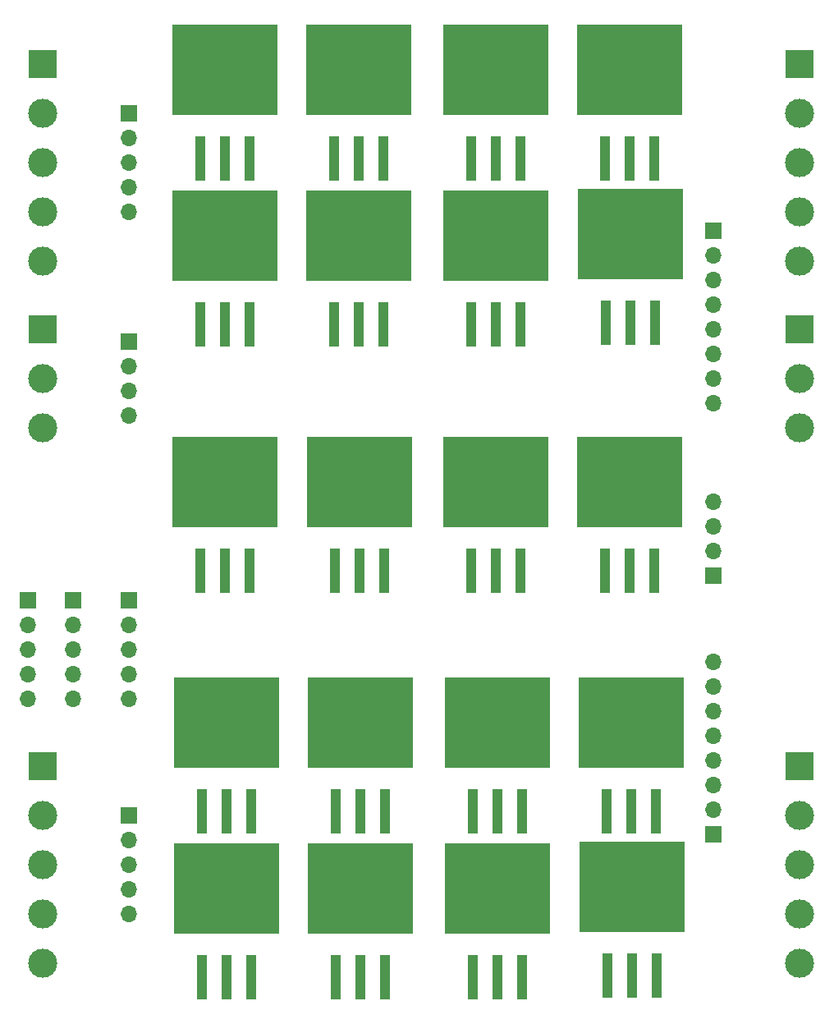
<source format=gts>
G04 #@! TF.GenerationSoftware,KiCad,Pcbnew,(6.0.0)*
G04 #@! TF.CreationDate,2022-08-19T13:46:40+02:00*
G04 #@! TF.ProjectId,bottom,626f7474-6f6d-42e6-9b69-6361645f7063,rev?*
G04 #@! TF.SameCoordinates,Original*
G04 #@! TF.FileFunction,Soldermask,Top*
G04 #@! TF.FilePolarity,Negative*
%FSLAX46Y46*%
G04 Gerber Fmt 4.6, Leading zero omitted, Abs format (unit mm)*
G04 Created by KiCad (PCBNEW (6.0.0)) date 2022-08-19 13:46:40*
%MOMM*%
%LPD*%
G01*
G04 APERTURE LIST*
%ADD10R,1.100000X4.600000*%
%ADD11R,10.800000X9.400000*%
%ADD12R,3.000000X3.000000*%
%ADD13C,3.000000*%
%ADD14R,1.700000X1.700000*%
%ADD15O,1.700000X1.700000*%
G04 APERTURE END LIST*
D10*
X120580000Y-132225000D03*
D11*
X123120000Y-123075000D03*
D10*
X123120000Y-132225000D03*
X125660000Y-132225000D03*
D12*
X104140000Y-55245000D03*
D13*
X104140000Y-60325000D03*
X104140000Y-65405000D03*
X104140000Y-70485000D03*
X104140000Y-75565000D03*
D10*
X148520000Y-149370000D03*
D11*
X151060000Y-140220000D03*
D10*
X151060000Y-149370000D03*
X153600000Y-149370000D03*
X162240000Y-81910000D03*
D11*
X164780000Y-72760000D03*
D10*
X164780000Y-81910000D03*
X167320000Y-81910000D03*
D12*
X104140000Y-82550000D03*
D13*
X104140000Y-87630000D03*
X104140000Y-92710000D03*
D14*
X113030000Y-132715000D03*
D15*
X113030000Y-135255000D03*
X113030000Y-137795000D03*
X113030000Y-140335000D03*
X113030000Y-142875000D03*
D10*
X134220000Y-82060000D03*
X136760000Y-82060000D03*
D11*
X136760000Y-72910000D03*
D10*
X139300000Y-82060000D03*
X120415000Y-64915000D03*
X122955000Y-64915000D03*
D11*
X122955000Y-55765000D03*
D10*
X125495000Y-64915000D03*
X162160000Y-107460000D03*
X164700000Y-107460000D03*
D11*
X164700000Y-98310000D03*
D10*
X167240000Y-107460000D03*
X134220000Y-64915000D03*
X136760000Y-64915000D03*
D11*
X136760000Y-55765000D03*
D10*
X139300000Y-64915000D03*
X120415000Y-107460000D03*
X122955000Y-107460000D03*
D11*
X122955000Y-98310000D03*
D10*
X125495000Y-107460000D03*
D14*
X102665000Y-110490000D03*
D15*
X102665000Y-113030000D03*
X102665000Y-115570000D03*
X102665000Y-118110000D03*
X102665000Y-120650000D03*
D10*
X134385000Y-132225000D03*
X136925000Y-132225000D03*
D11*
X136925000Y-123075000D03*
D10*
X139465000Y-132225000D03*
D12*
X182245000Y-127635000D03*
D13*
X182245000Y-132715000D03*
X182245000Y-137795000D03*
X182245000Y-142875000D03*
X182245000Y-147955000D03*
D10*
X148355000Y-107460000D03*
D11*
X150895000Y-98310000D03*
D10*
X150895000Y-107460000D03*
X153435000Y-107460000D03*
D14*
X173355000Y-107940000D03*
D15*
X173355000Y-105400000D03*
X173355000Y-102860000D03*
X173355000Y-100320000D03*
D10*
X120415000Y-82060000D03*
X122955000Y-82060000D03*
D11*
X122955000Y-72910000D03*
D10*
X125495000Y-82060000D03*
D12*
X182245000Y-82550000D03*
D13*
X182245000Y-87630000D03*
X182245000Y-92710000D03*
D12*
X104140000Y-127635000D03*
D13*
X104140000Y-132715000D03*
X104140000Y-137795000D03*
X104140000Y-142875000D03*
X104140000Y-147955000D03*
D10*
X120580000Y-149370000D03*
X123120000Y-149370000D03*
D11*
X123120000Y-140220000D03*
D10*
X125660000Y-149370000D03*
D14*
X113030000Y-83820000D03*
D15*
X113030000Y-86360000D03*
X113030000Y-88900000D03*
X113030000Y-91440000D03*
D14*
X113030000Y-60325000D03*
D15*
X113030000Y-62865000D03*
X113030000Y-65405000D03*
X113030000Y-67945000D03*
X113030000Y-70485000D03*
D14*
X173355000Y-134605000D03*
D15*
X173355000Y-132065000D03*
X173355000Y-129525000D03*
X173355000Y-126985000D03*
X173355000Y-124445000D03*
X173355000Y-121905000D03*
X173355000Y-119365000D03*
X173355000Y-116825000D03*
D14*
X173355000Y-72390000D03*
D15*
X173355000Y-74930000D03*
X173355000Y-77470000D03*
X173355000Y-80010000D03*
X173355000Y-82550000D03*
X173355000Y-85090000D03*
X173355000Y-87630000D03*
X173355000Y-90170000D03*
D14*
X107315000Y-110490000D03*
D15*
X107315000Y-113030000D03*
X107315000Y-115570000D03*
X107315000Y-118110000D03*
X107315000Y-120650000D03*
D10*
X162325000Y-132225000D03*
D11*
X164865000Y-123075000D03*
D10*
X164865000Y-132225000D03*
X167405000Y-132225000D03*
X162160000Y-64915000D03*
X164700000Y-64915000D03*
D11*
X164700000Y-55765000D03*
D10*
X167240000Y-64915000D03*
D14*
X113030000Y-110490000D03*
D15*
X113030000Y-113030000D03*
X113030000Y-115570000D03*
X113030000Y-118110000D03*
X113030000Y-120650000D03*
D12*
X182245000Y-55245000D03*
D13*
X182245000Y-60325000D03*
X182245000Y-65405000D03*
X182245000Y-70485000D03*
X182245000Y-75565000D03*
D10*
X134385000Y-149370000D03*
X136925000Y-149370000D03*
D11*
X136925000Y-140220000D03*
D10*
X139465000Y-149370000D03*
X134305000Y-107460000D03*
X136845000Y-107460000D03*
D11*
X136845000Y-98310000D03*
D10*
X139385000Y-107460000D03*
X148520000Y-132225000D03*
X151060000Y-132225000D03*
D11*
X151060000Y-123075000D03*
D10*
X153600000Y-132225000D03*
X148355000Y-82060000D03*
X150895000Y-82060000D03*
D11*
X150895000Y-72910000D03*
D10*
X153435000Y-82060000D03*
X148355000Y-64915000D03*
X150895000Y-64915000D03*
D11*
X150895000Y-55765000D03*
D10*
X153435000Y-64915000D03*
X162405000Y-149220000D03*
D11*
X164945000Y-140070000D03*
D10*
X164945000Y-149220000D03*
X167485000Y-149220000D03*
M02*

</source>
